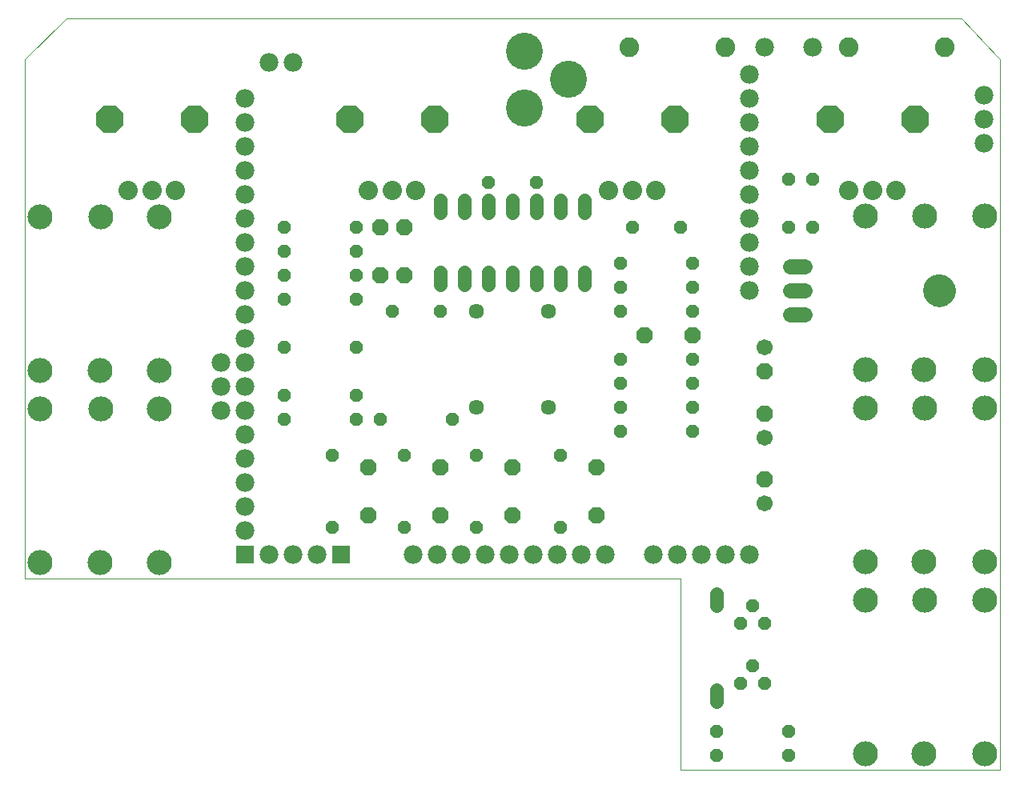
<source format=gts>
G75*
%MOIN*%
%OFA0B0*%
%FSLAX24Y24*%
%IPPOS*%
%LPD*%
%AMOC8*
5,1,8,0,0,1.08239X$1,22.5*
%
%ADD10C,0.0010*%
%ADD11C,0.0800*%
%ADD12OC8,0.1147*%
%ADD13C,0.0780*%
%ADD14C,0.0820*%
%ADD15C,0.1540*%
%ADD16OC8,0.0560*%
%ADD17C,0.1040*%
%ADD18R,0.0780X0.0780*%
%ADD19C,0.0560*%
%ADD20C,0.0634*%
%ADD21C,0.0640*%
%ADD22C,0.0000*%
%ADD23C,0.1340*%
%ADD24OC8,0.0670*%
%ADD25C,0.0670*%
D10*
X006460Y012268D02*
X006460Y033893D01*
X006449Y033893D01*
X008199Y035593D01*
X045445Y035593D01*
X046945Y034018D01*
X047060Y033893D01*
X047060Y004293D01*
X033760Y004293D01*
X033760Y012268D01*
X006460Y012268D01*
D11*
X010775Y028441D03*
X011760Y028441D03*
X012744Y028441D03*
X020775Y028441D03*
X021760Y028441D03*
X022744Y028441D03*
X030775Y028441D03*
X031760Y028441D03*
X032744Y028441D03*
X040775Y028441D03*
X041760Y028441D03*
X042744Y028441D03*
D12*
X043531Y031393D03*
X039988Y031393D03*
X033531Y031393D03*
X029988Y031393D03*
X023531Y031393D03*
X019988Y031393D03*
X013531Y031393D03*
X009988Y031393D03*
D13*
X015635Y031268D03*
X015635Y032268D03*
X016635Y033768D03*
X017635Y033768D03*
X015635Y030268D03*
X015635Y029268D03*
X015635Y028268D03*
X015635Y027268D03*
X015635Y026268D03*
X015635Y025268D03*
X015635Y024268D03*
X015635Y023268D03*
X015635Y022268D03*
X015635Y021268D03*
X014635Y021268D03*
X014635Y020268D03*
X015635Y020268D03*
X015635Y019268D03*
X014635Y019268D03*
X015635Y018268D03*
X015635Y017268D03*
X015635Y016268D03*
X015635Y015268D03*
X015635Y014268D03*
X016635Y013268D03*
X017635Y013268D03*
X018635Y013268D03*
X022635Y013268D03*
X023635Y013268D03*
X024635Y013268D03*
X025635Y013268D03*
X026635Y013268D03*
X027635Y013268D03*
X028635Y013268D03*
X029635Y013268D03*
X030635Y013268D03*
X032635Y013268D03*
X033635Y013268D03*
X034635Y013268D03*
X035635Y013268D03*
X036635Y013268D03*
X036635Y024268D03*
X036635Y025268D03*
X036635Y026268D03*
X036635Y027268D03*
X036635Y028268D03*
X036635Y029268D03*
X036635Y030268D03*
X036635Y031268D03*
X036635Y032268D03*
X036635Y033268D03*
X037260Y034393D03*
X039260Y034393D03*
X046385Y032393D03*
X046385Y031393D03*
X046385Y030393D03*
D14*
X044760Y034393D03*
X040760Y034393D03*
X035635Y034393D03*
X031635Y034393D03*
D15*
X029110Y033056D03*
X027260Y034237D03*
X027260Y031875D03*
D16*
X027760Y028768D03*
X025760Y028768D03*
X020260Y026893D03*
X020260Y025893D03*
X020260Y024893D03*
X020260Y023893D03*
X021760Y023393D03*
X023760Y023393D03*
X020260Y021893D03*
X020260Y019893D03*
X020260Y018893D03*
X021260Y018893D03*
X022260Y017393D03*
X024260Y018893D03*
X025260Y017393D03*
X025260Y014393D03*
X022260Y014393D03*
X019260Y014393D03*
X019260Y017393D03*
X017260Y018893D03*
X017260Y019893D03*
X017260Y021893D03*
X017260Y023893D03*
X017260Y024893D03*
X017260Y025893D03*
X017260Y026893D03*
X028760Y017393D03*
X031260Y018393D03*
X031260Y019393D03*
X031260Y020393D03*
X031260Y021393D03*
X031260Y023393D03*
X031260Y024393D03*
X031260Y025393D03*
X031760Y026893D03*
X033760Y026893D03*
X034260Y025393D03*
X034260Y024393D03*
X034260Y023393D03*
X034260Y021393D03*
X034260Y020393D03*
X034260Y019393D03*
X034260Y018393D03*
X028760Y014393D03*
X036260Y010393D03*
X036760Y011143D03*
X037260Y010393D03*
X036760Y008643D03*
X037260Y007893D03*
X036260Y007893D03*
X035260Y005893D03*
X035260Y004893D03*
X038260Y004893D03*
X038260Y005893D03*
X038260Y026893D03*
X039260Y026893D03*
X039260Y028893D03*
X038260Y028893D03*
D17*
X041447Y027362D03*
X043916Y027362D03*
X046416Y027362D03*
X046416Y020956D03*
X046416Y019362D03*
X043916Y019362D03*
X043885Y020956D03*
X041447Y020956D03*
X041447Y019362D03*
X041447Y012956D03*
X041447Y011362D03*
X043916Y011362D03*
X043885Y012956D03*
X046416Y012956D03*
X046416Y011362D03*
X046416Y004956D03*
X043885Y004956D03*
X041447Y004956D03*
X012072Y012925D03*
X009603Y012925D03*
X007103Y012925D03*
X007103Y019331D03*
X007103Y020925D03*
X009603Y020925D03*
X009635Y019331D03*
X012072Y019331D03*
X012072Y020925D03*
X012072Y027331D03*
X009635Y027331D03*
X007103Y027331D03*
D18*
X015635Y013268D03*
X019635Y013268D03*
D19*
X023760Y024508D02*
X023760Y025028D01*
X024760Y025028D02*
X024760Y024508D01*
X025760Y024508D02*
X025760Y025028D01*
X026760Y025028D02*
X026760Y024508D01*
X027760Y024508D02*
X027760Y025028D01*
X028760Y025028D02*
X028760Y024508D01*
X029760Y024508D02*
X029760Y025028D01*
X029760Y027508D02*
X029760Y028028D01*
X028760Y028028D02*
X028760Y027508D01*
X027760Y027508D02*
X027760Y028028D01*
X026760Y028028D02*
X026760Y027508D01*
X025760Y027508D02*
X025760Y028028D01*
X024760Y028028D02*
X024760Y027508D01*
X023760Y027508D02*
X023760Y028028D01*
X035260Y011653D02*
X035260Y011133D01*
X035260Y007653D02*
X035260Y007133D01*
D20*
X028260Y019393D03*
X025260Y019393D03*
X025260Y023393D03*
X028260Y023393D03*
D21*
X038335Y023268D02*
X038935Y023268D01*
X038935Y024268D02*
X038335Y024268D01*
X038335Y025268D02*
X038935Y025268D01*
D22*
X043885Y024268D02*
X043887Y024318D01*
X043893Y024368D01*
X043903Y024418D01*
X043916Y024466D01*
X043933Y024514D01*
X043954Y024560D01*
X043978Y024604D01*
X044006Y024646D01*
X044037Y024686D01*
X044071Y024723D01*
X044108Y024758D01*
X044147Y024789D01*
X044188Y024818D01*
X044232Y024843D01*
X044278Y024865D01*
X044325Y024883D01*
X044373Y024897D01*
X044422Y024908D01*
X044472Y024915D01*
X044522Y024918D01*
X044573Y024917D01*
X044623Y024912D01*
X044673Y024903D01*
X044721Y024891D01*
X044769Y024874D01*
X044815Y024854D01*
X044860Y024831D01*
X044903Y024804D01*
X044943Y024774D01*
X044981Y024741D01*
X045016Y024705D01*
X045049Y024666D01*
X045078Y024625D01*
X045104Y024582D01*
X045127Y024537D01*
X045146Y024490D01*
X045161Y024442D01*
X045173Y024393D01*
X045181Y024343D01*
X045185Y024293D01*
X045185Y024243D01*
X045181Y024193D01*
X045173Y024143D01*
X045161Y024094D01*
X045146Y024046D01*
X045127Y023999D01*
X045104Y023954D01*
X045078Y023911D01*
X045049Y023870D01*
X045016Y023831D01*
X044981Y023795D01*
X044943Y023762D01*
X044903Y023732D01*
X044860Y023705D01*
X044815Y023682D01*
X044769Y023662D01*
X044721Y023645D01*
X044673Y023633D01*
X044623Y023624D01*
X044573Y023619D01*
X044522Y023618D01*
X044472Y023621D01*
X044422Y023628D01*
X044373Y023639D01*
X044325Y023653D01*
X044278Y023671D01*
X044232Y023693D01*
X044188Y023718D01*
X044147Y023747D01*
X044108Y023778D01*
X044071Y023813D01*
X044037Y023850D01*
X044006Y023890D01*
X043978Y023932D01*
X043954Y023976D01*
X043933Y024022D01*
X043916Y024070D01*
X043903Y024118D01*
X043893Y024168D01*
X043887Y024218D01*
X043885Y024268D01*
D23*
X044535Y024268D03*
D24*
X037260Y020893D03*
X037260Y019143D03*
X037260Y016393D03*
X030260Y016893D03*
X030260Y014893D03*
X026760Y014893D03*
X026760Y016893D03*
X023760Y016893D03*
X023760Y014893D03*
X020760Y014893D03*
X020760Y016893D03*
X021260Y024893D03*
X022260Y024893D03*
X022260Y026893D03*
X021260Y026893D03*
X032260Y022393D03*
X034260Y022393D03*
D25*
X037260Y021893D03*
X037260Y018143D03*
X037260Y015393D03*
M02*

</source>
